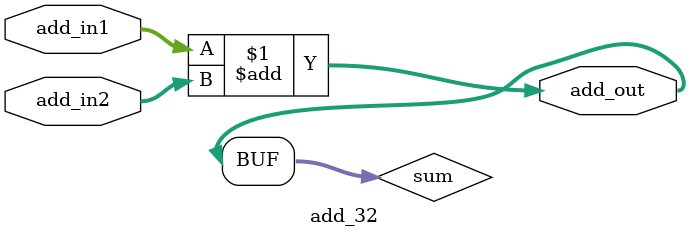
<source format=v>


module add_32(
	input wire [31:0] add_in1,
	input wire [31:0] add_in2,
	output wire [31:0] add_out);
	
	//No carry so this will loop back to 0
	wire [31:0] sum = add_in1 + add_in2; //Add four to input register
   assign      add_out = sum[31:0]; //Assign output register to new value
	
endmodule

</source>
